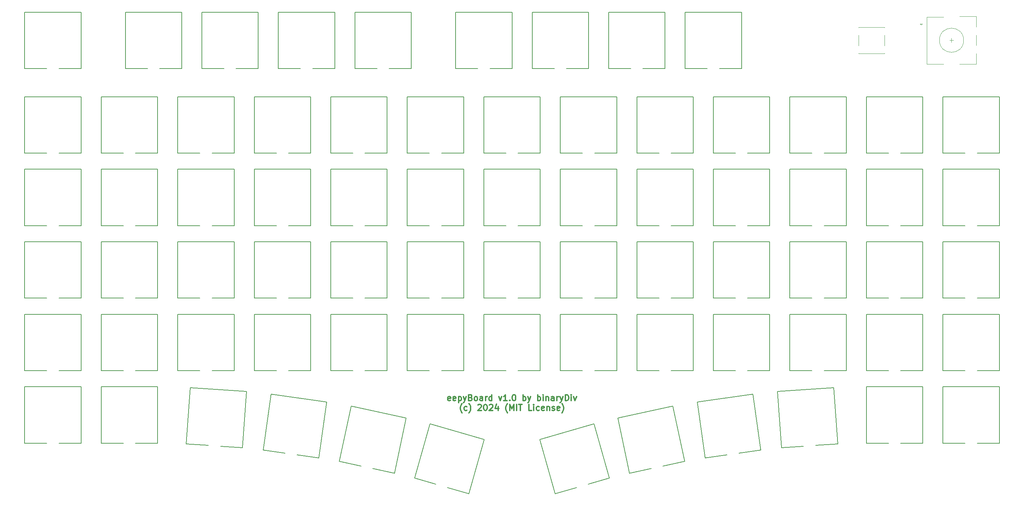
<source format=gbr>
%TF.GenerationSoftware,KiCad,Pcbnew,8.0.4*%
%TF.CreationDate,2024-08-04T16:18:39+02:00*%
%TF.ProjectId,eepyboard,65657079-626f-4617-9264-2e6b69636164,1.0*%
%TF.SameCoordinates,Original*%
%TF.FileFunction,Legend,Top*%
%TF.FilePolarity,Positive*%
%FSLAX46Y46*%
G04 Gerber Fmt 4.6, Leading zero omitted, Abs format (unit mm)*
G04 Created by KiCad (PCBNEW 8.0.4) date 2024-08-04 16:18:39*
%MOMM*%
%LPD*%
G01*
G04 APERTURE LIST*
%ADD10C,0.300000*%
%ADD11C,0.150000*%
%ADD12C,0.120000*%
G04 APERTURE END LIST*
D10*
X198797113Y-146311783D02*
X198654256Y-146383211D01*
X198654256Y-146383211D02*
X198368542Y-146383211D01*
X198368542Y-146383211D02*
X198225684Y-146311783D01*
X198225684Y-146311783D02*
X198154256Y-146168925D01*
X198154256Y-146168925D02*
X198154256Y-145597497D01*
X198154256Y-145597497D02*
X198225684Y-145454640D01*
X198225684Y-145454640D02*
X198368542Y-145383211D01*
X198368542Y-145383211D02*
X198654256Y-145383211D01*
X198654256Y-145383211D02*
X198797113Y-145454640D01*
X198797113Y-145454640D02*
X198868542Y-145597497D01*
X198868542Y-145597497D02*
X198868542Y-145740354D01*
X198868542Y-145740354D02*
X198154256Y-145883211D01*
X200082827Y-146311783D02*
X199939970Y-146383211D01*
X199939970Y-146383211D02*
X199654256Y-146383211D01*
X199654256Y-146383211D02*
X199511398Y-146311783D01*
X199511398Y-146311783D02*
X199439970Y-146168925D01*
X199439970Y-146168925D02*
X199439970Y-145597497D01*
X199439970Y-145597497D02*
X199511398Y-145454640D01*
X199511398Y-145454640D02*
X199654256Y-145383211D01*
X199654256Y-145383211D02*
X199939970Y-145383211D01*
X199939970Y-145383211D02*
X200082827Y-145454640D01*
X200082827Y-145454640D02*
X200154256Y-145597497D01*
X200154256Y-145597497D02*
X200154256Y-145740354D01*
X200154256Y-145740354D02*
X199439970Y-145883211D01*
X200797112Y-145383211D02*
X200797112Y-146883211D01*
X200797112Y-145454640D02*
X200939970Y-145383211D01*
X200939970Y-145383211D02*
X201225684Y-145383211D01*
X201225684Y-145383211D02*
X201368541Y-145454640D01*
X201368541Y-145454640D02*
X201439970Y-145526068D01*
X201439970Y-145526068D02*
X201511398Y-145668925D01*
X201511398Y-145668925D02*
X201511398Y-146097497D01*
X201511398Y-146097497D02*
X201439970Y-146240354D01*
X201439970Y-146240354D02*
X201368541Y-146311783D01*
X201368541Y-146311783D02*
X201225684Y-146383211D01*
X201225684Y-146383211D02*
X200939970Y-146383211D01*
X200939970Y-146383211D02*
X200797112Y-146311783D01*
X202011398Y-145383211D02*
X202368541Y-146383211D01*
X202725684Y-145383211D02*
X202368541Y-146383211D01*
X202368541Y-146383211D02*
X202225684Y-146740354D01*
X202225684Y-146740354D02*
X202154255Y-146811783D01*
X202154255Y-146811783D02*
X202011398Y-146883211D01*
X203797112Y-145597497D02*
X204011398Y-145668925D01*
X204011398Y-145668925D02*
X204082827Y-145740354D01*
X204082827Y-145740354D02*
X204154255Y-145883211D01*
X204154255Y-145883211D02*
X204154255Y-146097497D01*
X204154255Y-146097497D02*
X204082827Y-146240354D01*
X204082827Y-146240354D02*
X204011398Y-146311783D01*
X204011398Y-146311783D02*
X203868541Y-146383211D01*
X203868541Y-146383211D02*
X203297112Y-146383211D01*
X203297112Y-146383211D02*
X203297112Y-144883211D01*
X203297112Y-144883211D02*
X203797112Y-144883211D01*
X203797112Y-144883211D02*
X203939970Y-144954640D01*
X203939970Y-144954640D02*
X204011398Y-145026068D01*
X204011398Y-145026068D02*
X204082827Y-145168925D01*
X204082827Y-145168925D02*
X204082827Y-145311783D01*
X204082827Y-145311783D02*
X204011398Y-145454640D01*
X204011398Y-145454640D02*
X203939970Y-145526068D01*
X203939970Y-145526068D02*
X203797112Y-145597497D01*
X203797112Y-145597497D02*
X203297112Y-145597497D01*
X205011398Y-146383211D02*
X204868541Y-146311783D01*
X204868541Y-146311783D02*
X204797112Y-146240354D01*
X204797112Y-146240354D02*
X204725684Y-146097497D01*
X204725684Y-146097497D02*
X204725684Y-145668925D01*
X204725684Y-145668925D02*
X204797112Y-145526068D01*
X204797112Y-145526068D02*
X204868541Y-145454640D01*
X204868541Y-145454640D02*
X205011398Y-145383211D01*
X205011398Y-145383211D02*
X205225684Y-145383211D01*
X205225684Y-145383211D02*
X205368541Y-145454640D01*
X205368541Y-145454640D02*
X205439970Y-145526068D01*
X205439970Y-145526068D02*
X205511398Y-145668925D01*
X205511398Y-145668925D02*
X205511398Y-146097497D01*
X205511398Y-146097497D02*
X205439970Y-146240354D01*
X205439970Y-146240354D02*
X205368541Y-146311783D01*
X205368541Y-146311783D02*
X205225684Y-146383211D01*
X205225684Y-146383211D02*
X205011398Y-146383211D01*
X206797113Y-146383211D02*
X206797113Y-145597497D01*
X206797113Y-145597497D02*
X206725684Y-145454640D01*
X206725684Y-145454640D02*
X206582827Y-145383211D01*
X206582827Y-145383211D02*
X206297113Y-145383211D01*
X206297113Y-145383211D02*
X206154255Y-145454640D01*
X206797113Y-146311783D02*
X206654255Y-146383211D01*
X206654255Y-146383211D02*
X206297113Y-146383211D01*
X206297113Y-146383211D02*
X206154255Y-146311783D01*
X206154255Y-146311783D02*
X206082827Y-146168925D01*
X206082827Y-146168925D02*
X206082827Y-146026068D01*
X206082827Y-146026068D02*
X206154255Y-145883211D01*
X206154255Y-145883211D02*
X206297113Y-145811783D01*
X206297113Y-145811783D02*
X206654255Y-145811783D01*
X206654255Y-145811783D02*
X206797113Y-145740354D01*
X207511398Y-146383211D02*
X207511398Y-145383211D01*
X207511398Y-145668925D02*
X207582827Y-145526068D01*
X207582827Y-145526068D02*
X207654256Y-145454640D01*
X207654256Y-145454640D02*
X207797113Y-145383211D01*
X207797113Y-145383211D02*
X207939970Y-145383211D01*
X209082827Y-146383211D02*
X209082827Y-144883211D01*
X209082827Y-146311783D02*
X208939969Y-146383211D01*
X208939969Y-146383211D02*
X208654255Y-146383211D01*
X208654255Y-146383211D02*
X208511398Y-146311783D01*
X208511398Y-146311783D02*
X208439969Y-146240354D01*
X208439969Y-146240354D02*
X208368541Y-146097497D01*
X208368541Y-146097497D02*
X208368541Y-145668925D01*
X208368541Y-145668925D02*
X208439969Y-145526068D01*
X208439969Y-145526068D02*
X208511398Y-145454640D01*
X208511398Y-145454640D02*
X208654255Y-145383211D01*
X208654255Y-145383211D02*
X208939969Y-145383211D01*
X208939969Y-145383211D02*
X209082827Y-145454640D01*
X210797112Y-145383211D02*
X211154255Y-146383211D01*
X211154255Y-146383211D02*
X211511398Y-145383211D01*
X212868541Y-146383211D02*
X212011398Y-146383211D01*
X212439969Y-146383211D02*
X212439969Y-144883211D01*
X212439969Y-144883211D02*
X212297112Y-145097497D01*
X212297112Y-145097497D02*
X212154255Y-145240354D01*
X212154255Y-145240354D02*
X212011398Y-145311783D01*
X213511397Y-146240354D02*
X213582826Y-146311783D01*
X213582826Y-146311783D02*
X213511397Y-146383211D01*
X213511397Y-146383211D02*
X213439969Y-146311783D01*
X213439969Y-146311783D02*
X213511397Y-146240354D01*
X213511397Y-146240354D02*
X213511397Y-146383211D01*
X214511398Y-144883211D02*
X214654255Y-144883211D01*
X214654255Y-144883211D02*
X214797112Y-144954640D01*
X214797112Y-144954640D02*
X214868541Y-145026068D01*
X214868541Y-145026068D02*
X214939969Y-145168925D01*
X214939969Y-145168925D02*
X215011398Y-145454640D01*
X215011398Y-145454640D02*
X215011398Y-145811783D01*
X215011398Y-145811783D02*
X214939969Y-146097497D01*
X214939969Y-146097497D02*
X214868541Y-146240354D01*
X214868541Y-146240354D02*
X214797112Y-146311783D01*
X214797112Y-146311783D02*
X214654255Y-146383211D01*
X214654255Y-146383211D02*
X214511398Y-146383211D01*
X214511398Y-146383211D02*
X214368541Y-146311783D01*
X214368541Y-146311783D02*
X214297112Y-146240354D01*
X214297112Y-146240354D02*
X214225683Y-146097497D01*
X214225683Y-146097497D02*
X214154255Y-145811783D01*
X214154255Y-145811783D02*
X214154255Y-145454640D01*
X214154255Y-145454640D02*
X214225683Y-145168925D01*
X214225683Y-145168925D02*
X214297112Y-145026068D01*
X214297112Y-145026068D02*
X214368541Y-144954640D01*
X214368541Y-144954640D02*
X214511398Y-144883211D01*
X216797111Y-146383211D02*
X216797111Y-144883211D01*
X216797111Y-145454640D02*
X216939969Y-145383211D01*
X216939969Y-145383211D02*
X217225683Y-145383211D01*
X217225683Y-145383211D02*
X217368540Y-145454640D01*
X217368540Y-145454640D02*
X217439969Y-145526068D01*
X217439969Y-145526068D02*
X217511397Y-145668925D01*
X217511397Y-145668925D02*
X217511397Y-146097497D01*
X217511397Y-146097497D02*
X217439969Y-146240354D01*
X217439969Y-146240354D02*
X217368540Y-146311783D01*
X217368540Y-146311783D02*
X217225683Y-146383211D01*
X217225683Y-146383211D02*
X216939969Y-146383211D01*
X216939969Y-146383211D02*
X216797111Y-146311783D01*
X218011397Y-145383211D02*
X218368540Y-146383211D01*
X218725683Y-145383211D02*
X218368540Y-146383211D01*
X218368540Y-146383211D02*
X218225683Y-146740354D01*
X218225683Y-146740354D02*
X218154254Y-146811783D01*
X218154254Y-146811783D02*
X218011397Y-146883211D01*
X220439968Y-146383211D02*
X220439968Y-144883211D01*
X220439968Y-145454640D02*
X220582826Y-145383211D01*
X220582826Y-145383211D02*
X220868540Y-145383211D01*
X220868540Y-145383211D02*
X221011397Y-145454640D01*
X221011397Y-145454640D02*
X221082826Y-145526068D01*
X221082826Y-145526068D02*
X221154254Y-145668925D01*
X221154254Y-145668925D02*
X221154254Y-146097497D01*
X221154254Y-146097497D02*
X221082826Y-146240354D01*
X221082826Y-146240354D02*
X221011397Y-146311783D01*
X221011397Y-146311783D02*
X220868540Y-146383211D01*
X220868540Y-146383211D02*
X220582826Y-146383211D01*
X220582826Y-146383211D02*
X220439968Y-146311783D01*
X221797111Y-146383211D02*
X221797111Y-145383211D01*
X221797111Y-144883211D02*
X221725683Y-144954640D01*
X221725683Y-144954640D02*
X221797111Y-145026068D01*
X221797111Y-145026068D02*
X221868540Y-144954640D01*
X221868540Y-144954640D02*
X221797111Y-144883211D01*
X221797111Y-144883211D02*
X221797111Y-145026068D01*
X222511397Y-145383211D02*
X222511397Y-146383211D01*
X222511397Y-145526068D02*
X222582826Y-145454640D01*
X222582826Y-145454640D02*
X222725683Y-145383211D01*
X222725683Y-145383211D02*
X222939969Y-145383211D01*
X222939969Y-145383211D02*
X223082826Y-145454640D01*
X223082826Y-145454640D02*
X223154255Y-145597497D01*
X223154255Y-145597497D02*
X223154255Y-146383211D01*
X224511398Y-146383211D02*
X224511398Y-145597497D01*
X224511398Y-145597497D02*
X224439969Y-145454640D01*
X224439969Y-145454640D02*
X224297112Y-145383211D01*
X224297112Y-145383211D02*
X224011398Y-145383211D01*
X224011398Y-145383211D02*
X223868540Y-145454640D01*
X224511398Y-146311783D02*
X224368540Y-146383211D01*
X224368540Y-146383211D02*
X224011398Y-146383211D01*
X224011398Y-146383211D02*
X223868540Y-146311783D01*
X223868540Y-146311783D02*
X223797112Y-146168925D01*
X223797112Y-146168925D02*
X223797112Y-146026068D01*
X223797112Y-146026068D02*
X223868540Y-145883211D01*
X223868540Y-145883211D02*
X224011398Y-145811783D01*
X224011398Y-145811783D02*
X224368540Y-145811783D01*
X224368540Y-145811783D02*
X224511398Y-145740354D01*
X225225683Y-146383211D02*
X225225683Y-145383211D01*
X225225683Y-145668925D02*
X225297112Y-145526068D01*
X225297112Y-145526068D02*
X225368541Y-145454640D01*
X225368541Y-145454640D02*
X225511398Y-145383211D01*
X225511398Y-145383211D02*
X225654255Y-145383211D01*
X226011397Y-145383211D02*
X226368540Y-146383211D01*
X226725683Y-145383211D02*
X226368540Y-146383211D01*
X226368540Y-146383211D02*
X226225683Y-146740354D01*
X226225683Y-146740354D02*
X226154254Y-146811783D01*
X226154254Y-146811783D02*
X226011397Y-146883211D01*
X227297111Y-146383211D02*
X227297111Y-144883211D01*
X227297111Y-144883211D02*
X227654254Y-144883211D01*
X227654254Y-144883211D02*
X227868540Y-144954640D01*
X227868540Y-144954640D02*
X228011397Y-145097497D01*
X228011397Y-145097497D02*
X228082826Y-145240354D01*
X228082826Y-145240354D02*
X228154254Y-145526068D01*
X228154254Y-145526068D02*
X228154254Y-145740354D01*
X228154254Y-145740354D02*
X228082826Y-146026068D01*
X228082826Y-146026068D02*
X228011397Y-146168925D01*
X228011397Y-146168925D02*
X227868540Y-146311783D01*
X227868540Y-146311783D02*
X227654254Y-146383211D01*
X227654254Y-146383211D02*
X227297111Y-146383211D01*
X228797111Y-146383211D02*
X228797111Y-145383211D01*
X228797111Y-144883211D02*
X228725683Y-144954640D01*
X228725683Y-144954640D02*
X228797111Y-145026068D01*
X228797111Y-145026068D02*
X228868540Y-144954640D01*
X228868540Y-144954640D02*
X228797111Y-144883211D01*
X228797111Y-144883211D02*
X228797111Y-145026068D01*
X229368540Y-145383211D02*
X229725683Y-146383211D01*
X229725683Y-146383211D02*
X230082826Y-145383211D01*
X201689971Y-149369556D02*
X201618542Y-149298127D01*
X201618542Y-149298127D02*
X201475685Y-149083841D01*
X201475685Y-149083841D02*
X201404257Y-148940984D01*
X201404257Y-148940984D02*
X201332828Y-148726699D01*
X201332828Y-148726699D02*
X201261399Y-148369556D01*
X201261399Y-148369556D02*
X201261399Y-148083841D01*
X201261399Y-148083841D02*
X201332828Y-147726699D01*
X201332828Y-147726699D02*
X201404257Y-147512413D01*
X201404257Y-147512413D02*
X201475685Y-147369556D01*
X201475685Y-147369556D02*
X201618542Y-147155270D01*
X201618542Y-147155270D02*
X201689971Y-147083841D01*
X202904257Y-148726699D02*
X202761399Y-148798127D01*
X202761399Y-148798127D02*
X202475685Y-148798127D01*
X202475685Y-148798127D02*
X202332828Y-148726699D01*
X202332828Y-148726699D02*
X202261399Y-148655270D01*
X202261399Y-148655270D02*
X202189971Y-148512413D01*
X202189971Y-148512413D02*
X202189971Y-148083841D01*
X202189971Y-148083841D02*
X202261399Y-147940984D01*
X202261399Y-147940984D02*
X202332828Y-147869556D01*
X202332828Y-147869556D02*
X202475685Y-147798127D01*
X202475685Y-147798127D02*
X202761399Y-147798127D01*
X202761399Y-147798127D02*
X202904257Y-147869556D01*
X203404256Y-149369556D02*
X203475685Y-149298127D01*
X203475685Y-149298127D02*
X203618542Y-149083841D01*
X203618542Y-149083841D02*
X203689971Y-148940984D01*
X203689971Y-148940984D02*
X203761399Y-148726699D01*
X203761399Y-148726699D02*
X203832828Y-148369556D01*
X203832828Y-148369556D02*
X203832828Y-148083841D01*
X203832828Y-148083841D02*
X203761399Y-147726699D01*
X203761399Y-147726699D02*
X203689971Y-147512413D01*
X203689971Y-147512413D02*
X203618542Y-147369556D01*
X203618542Y-147369556D02*
X203475685Y-147155270D01*
X203475685Y-147155270D02*
X203404256Y-147083841D01*
X205618542Y-147440984D02*
X205689970Y-147369556D01*
X205689970Y-147369556D02*
X205832828Y-147298127D01*
X205832828Y-147298127D02*
X206189970Y-147298127D01*
X206189970Y-147298127D02*
X206332828Y-147369556D01*
X206332828Y-147369556D02*
X206404256Y-147440984D01*
X206404256Y-147440984D02*
X206475685Y-147583841D01*
X206475685Y-147583841D02*
X206475685Y-147726699D01*
X206475685Y-147726699D02*
X206404256Y-147940984D01*
X206404256Y-147940984D02*
X205547113Y-148798127D01*
X205547113Y-148798127D02*
X206475685Y-148798127D01*
X207404256Y-147298127D02*
X207547113Y-147298127D01*
X207547113Y-147298127D02*
X207689970Y-147369556D01*
X207689970Y-147369556D02*
X207761399Y-147440984D01*
X207761399Y-147440984D02*
X207832827Y-147583841D01*
X207832827Y-147583841D02*
X207904256Y-147869556D01*
X207904256Y-147869556D02*
X207904256Y-148226699D01*
X207904256Y-148226699D02*
X207832827Y-148512413D01*
X207832827Y-148512413D02*
X207761399Y-148655270D01*
X207761399Y-148655270D02*
X207689970Y-148726699D01*
X207689970Y-148726699D02*
X207547113Y-148798127D01*
X207547113Y-148798127D02*
X207404256Y-148798127D01*
X207404256Y-148798127D02*
X207261399Y-148726699D01*
X207261399Y-148726699D02*
X207189970Y-148655270D01*
X207189970Y-148655270D02*
X207118541Y-148512413D01*
X207118541Y-148512413D02*
X207047113Y-148226699D01*
X207047113Y-148226699D02*
X207047113Y-147869556D01*
X207047113Y-147869556D02*
X207118541Y-147583841D01*
X207118541Y-147583841D02*
X207189970Y-147440984D01*
X207189970Y-147440984D02*
X207261399Y-147369556D01*
X207261399Y-147369556D02*
X207404256Y-147298127D01*
X208475684Y-147440984D02*
X208547112Y-147369556D01*
X208547112Y-147369556D02*
X208689970Y-147298127D01*
X208689970Y-147298127D02*
X209047112Y-147298127D01*
X209047112Y-147298127D02*
X209189970Y-147369556D01*
X209189970Y-147369556D02*
X209261398Y-147440984D01*
X209261398Y-147440984D02*
X209332827Y-147583841D01*
X209332827Y-147583841D02*
X209332827Y-147726699D01*
X209332827Y-147726699D02*
X209261398Y-147940984D01*
X209261398Y-147940984D02*
X208404255Y-148798127D01*
X208404255Y-148798127D02*
X209332827Y-148798127D01*
X210618541Y-147798127D02*
X210618541Y-148798127D01*
X210261398Y-147226699D02*
X209904255Y-148298127D01*
X209904255Y-148298127D02*
X210832826Y-148298127D01*
X212975683Y-149369556D02*
X212904254Y-149298127D01*
X212904254Y-149298127D02*
X212761397Y-149083841D01*
X212761397Y-149083841D02*
X212689969Y-148940984D01*
X212689969Y-148940984D02*
X212618540Y-148726699D01*
X212618540Y-148726699D02*
X212547111Y-148369556D01*
X212547111Y-148369556D02*
X212547111Y-148083841D01*
X212547111Y-148083841D02*
X212618540Y-147726699D01*
X212618540Y-147726699D02*
X212689969Y-147512413D01*
X212689969Y-147512413D02*
X212761397Y-147369556D01*
X212761397Y-147369556D02*
X212904254Y-147155270D01*
X212904254Y-147155270D02*
X212975683Y-147083841D01*
X213547111Y-148798127D02*
X213547111Y-147298127D01*
X213547111Y-147298127D02*
X214047111Y-148369556D01*
X214047111Y-148369556D02*
X214547111Y-147298127D01*
X214547111Y-147298127D02*
X214547111Y-148798127D01*
X215261397Y-148798127D02*
X215261397Y-147298127D01*
X215761398Y-147298127D02*
X216618541Y-147298127D01*
X216189969Y-148798127D02*
X216189969Y-147298127D01*
X218975683Y-148798127D02*
X218261397Y-148798127D01*
X218261397Y-148798127D02*
X218261397Y-147298127D01*
X219475683Y-148798127D02*
X219475683Y-147798127D01*
X219475683Y-147298127D02*
X219404255Y-147369556D01*
X219404255Y-147369556D02*
X219475683Y-147440984D01*
X219475683Y-147440984D02*
X219547112Y-147369556D01*
X219547112Y-147369556D02*
X219475683Y-147298127D01*
X219475683Y-147298127D02*
X219475683Y-147440984D01*
X220832827Y-148726699D02*
X220689969Y-148798127D01*
X220689969Y-148798127D02*
X220404255Y-148798127D01*
X220404255Y-148798127D02*
X220261398Y-148726699D01*
X220261398Y-148726699D02*
X220189969Y-148655270D01*
X220189969Y-148655270D02*
X220118541Y-148512413D01*
X220118541Y-148512413D02*
X220118541Y-148083841D01*
X220118541Y-148083841D02*
X220189969Y-147940984D01*
X220189969Y-147940984D02*
X220261398Y-147869556D01*
X220261398Y-147869556D02*
X220404255Y-147798127D01*
X220404255Y-147798127D02*
X220689969Y-147798127D01*
X220689969Y-147798127D02*
X220832827Y-147869556D01*
X222047112Y-148726699D02*
X221904255Y-148798127D01*
X221904255Y-148798127D02*
X221618541Y-148798127D01*
X221618541Y-148798127D02*
X221475683Y-148726699D01*
X221475683Y-148726699D02*
X221404255Y-148583841D01*
X221404255Y-148583841D02*
X221404255Y-148012413D01*
X221404255Y-148012413D02*
X221475683Y-147869556D01*
X221475683Y-147869556D02*
X221618541Y-147798127D01*
X221618541Y-147798127D02*
X221904255Y-147798127D01*
X221904255Y-147798127D02*
X222047112Y-147869556D01*
X222047112Y-147869556D02*
X222118541Y-148012413D01*
X222118541Y-148012413D02*
X222118541Y-148155270D01*
X222118541Y-148155270D02*
X221404255Y-148298127D01*
X222761397Y-147798127D02*
X222761397Y-148798127D01*
X222761397Y-147940984D02*
X222832826Y-147869556D01*
X222832826Y-147869556D02*
X222975683Y-147798127D01*
X222975683Y-147798127D02*
X223189969Y-147798127D01*
X223189969Y-147798127D02*
X223332826Y-147869556D01*
X223332826Y-147869556D02*
X223404255Y-148012413D01*
X223404255Y-148012413D02*
X223404255Y-148798127D01*
X224047112Y-148726699D02*
X224189969Y-148798127D01*
X224189969Y-148798127D02*
X224475683Y-148798127D01*
X224475683Y-148798127D02*
X224618540Y-148726699D01*
X224618540Y-148726699D02*
X224689969Y-148583841D01*
X224689969Y-148583841D02*
X224689969Y-148512413D01*
X224689969Y-148512413D02*
X224618540Y-148369556D01*
X224618540Y-148369556D02*
X224475683Y-148298127D01*
X224475683Y-148298127D02*
X224261398Y-148298127D01*
X224261398Y-148298127D02*
X224118540Y-148226699D01*
X224118540Y-148226699D02*
X224047112Y-148083841D01*
X224047112Y-148083841D02*
X224047112Y-148012413D01*
X224047112Y-148012413D02*
X224118540Y-147869556D01*
X224118540Y-147869556D02*
X224261398Y-147798127D01*
X224261398Y-147798127D02*
X224475683Y-147798127D01*
X224475683Y-147798127D02*
X224618540Y-147869556D01*
X225904255Y-148726699D02*
X225761398Y-148798127D01*
X225761398Y-148798127D02*
X225475684Y-148798127D01*
X225475684Y-148798127D02*
X225332826Y-148726699D01*
X225332826Y-148726699D02*
X225261398Y-148583841D01*
X225261398Y-148583841D02*
X225261398Y-148012413D01*
X225261398Y-148012413D02*
X225332826Y-147869556D01*
X225332826Y-147869556D02*
X225475684Y-147798127D01*
X225475684Y-147798127D02*
X225761398Y-147798127D01*
X225761398Y-147798127D02*
X225904255Y-147869556D01*
X225904255Y-147869556D02*
X225975684Y-148012413D01*
X225975684Y-148012413D02*
X225975684Y-148155270D01*
X225975684Y-148155270D02*
X225261398Y-148298127D01*
X226475683Y-149369556D02*
X226547112Y-149298127D01*
X226547112Y-149298127D02*
X226689969Y-149083841D01*
X226689969Y-149083841D02*
X226761398Y-148940984D01*
X226761398Y-148940984D02*
X226832826Y-148726699D01*
X226832826Y-148726699D02*
X226904255Y-148369556D01*
X226904255Y-148369556D02*
X226904255Y-148083841D01*
X226904255Y-148083841D02*
X226832826Y-147726699D01*
X226832826Y-147726699D02*
X226761398Y-147512413D01*
X226761398Y-147512413D02*
X226689969Y-147369556D01*
X226689969Y-147369556D02*
X226547112Y-147155270D01*
X226547112Y-147155270D02*
X226475683Y-147083841D01*
D11*
%TO.C,S41*%
X264082827Y-88912340D02*
X278082827Y-88912340D01*
X264082827Y-102912340D02*
X264082827Y-88912340D01*
X269582827Y-102912340D02*
X264082827Y-102912340D01*
X278082827Y-88912340D02*
X278082827Y-102912340D01*
X278082827Y-102912340D02*
X272582827Y-102912340D01*
%TO.C,S49*%
X302082833Y-106912336D02*
X316082833Y-106912336D01*
X302082833Y-120912336D02*
X302082833Y-106912336D01*
X307582833Y-120912336D02*
X302082833Y-120912336D01*
X316082833Y-106912336D02*
X316082833Y-120912336D01*
X316082833Y-120912336D02*
X310582833Y-120912336D01*
%TO.C,S7*%
X112082827Y-124912340D02*
X126082827Y-124912340D01*
X112082827Y-138912340D02*
X112082827Y-124912340D01*
X117582827Y-138912340D02*
X112082827Y-138912340D01*
X126082827Y-124912340D02*
X126082827Y-138912340D01*
X126082827Y-138912340D02*
X120582827Y-138912340D01*
%TO.C,S40*%
X264082829Y-106912343D02*
X278082829Y-106912343D01*
X264082829Y-120912343D02*
X264082829Y-106912343D01*
X269582829Y-120912343D02*
X264082829Y-120912343D01*
X278082829Y-106912343D02*
X278082829Y-120912343D01*
X278082829Y-120912343D02*
X272582829Y-120912343D01*
%TO.C,S51*%
X302082828Y-70912335D02*
X316082828Y-70912335D01*
X302082828Y-84912335D02*
X302082828Y-70912335D01*
X307582828Y-84912335D02*
X302082828Y-84912335D01*
X316082828Y-70912335D02*
X316082828Y-84912335D01*
X316082828Y-84912335D02*
X310582828Y-84912335D01*
%TO.C,S29*%
X207082829Y-88912335D02*
X221082829Y-88912335D01*
X207082829Y-102912335D02*
X207082829Y-88912335D01*
X212582829Y-102912335D02*
X207082829Y-102912335D01*
X221082829Y-88912335D02*
X221082829Y-102912335D01*
X221082829Y-102912335D02*
X215582829Y-102912335D01*
%TO.C,S33*%
X226082828Y-88912343D02*
X240082828Y-88912343D01*
X226082828Y-102912343D02*
X226082828Y-88912343D01*
X231582828Y-102912343D02*
X226082828Y-102912343D01*
X240082828Y-88912343D02*
X240082828Y-102912343D01*
X240082828Y-102912343D02*
X234582828Y-102912343D01*
%TO.C,S30*%
X207082828Y-70912343D02*
X221082828Y-70912343D01*
X207082828Y-84912343D02*
X207082828Y-70912343D01*
X212582828Y-84912343D02*
X207082828Y-84912343D01*
X221082828Y-70912343D02*
X221082828Y-84912343D01*
X221082828Y-84912343D02*
X215582828Y-84912343D01*
%TO.C,S27*%
X207082828Y-124912340D02*
X221082828Y-124912340D01*
X207082828Y-138912340D02*
X207082828Y-124912340D01*
X212582828Y-138912340D02*
X207082828Y-138912340D01*
X221082828Y-124912340D02*
X221082828Y-138912340D01*
X221082828Y-138912340D02*
X215582828Y-138912340D01*
%TO.C,S36*%
X245082829Y-106912339D02*
X259082829Y-106912339D01*
X245082829Y-120912339D02*
X245082829Y-106912339D01*
X250582829Y-120912339D02*
X245082829Y-120912339D01*
X259082829Y-106912339D02*
X259082829Y-120912339D01*
X259082829Y-120912339D02*
X253582829Y-120912339D01*
%TO.C,S72*%
X238082826Y-49912345D02*
X252082826Y-49912345D01*
X238082826Y-63912345D02*
X238082826Y-49912345D01*
X243582826Y-63912345D02*
X238082826Y-63912345D01*
X252082826Y-49912345D02*
X252082826Y-63912345D01*
X252082826Y-63912345D02*
X246582826Y-63912345D01*
%TO.C,S45*%
X283082833Y-88912333D02*
X297082833Y-88912333D01*
X283082833Y-102912333D02*
X283082833Y-88912333D01*
X288582833Y-102912333D02*
X283082833Y-102912333D01*
X297082833Y-88912333D02*
X297082833Y-102912333D01*
X297082833Y-102912333D02*
X291582833Y-102912333D01*
%TO.C,S60*%
X189890878Y-165598895D02*
X193749801Y-152141232D01*
X193749801Y-152141232D02*
X207207464Y-156000155D01*
X195177817Y-167114901D02*
X189890878Y-165598895D01*
X203348541Y-169457818D02*
X198061602Y-167941813D01*
X207207464Y-156000155D02*
X203348541Y-169457818D01*
%TO.C,S50*%
X302082828Y-88912341D02*
X316082828Y-88912341D01*
X302082828Y-102912341D02*
X302082828Y-88912341D01*
X307582828Y-102912341D02*
X302082828Y-102912341D01*
X316082828Y-88912341D02*
X316082828Y-102912341D01*
X316082828Y-102912341D02*
X310582828Y-102912341D01*
%TO.C,S35*%
X245082826Y-124912335D02*
X259082826Y-124912335D01*
X245082826Y-138912335D02*
X245082826Y-124912335D01*
X250582826Y-138912335D02*
X245082826Y-138912335D01*
X259082826Y-124912335D02*
X259082826Y-138912335D01*
X259082826Y-138912335D02*
X253582826Y-138912335D01*
%TO.C,S68*%
X156082827Y-49912342D02*
X170082827Y-49912342D01*
X156082827Y-63912342D02*
X156082827Y-49912342D01*
X161582827Y-63912342D02*
X156082827Y-63912342D01*
X170082827Y-49912342D02*
X170082827Y-63912342D01*
X170082827Y-63912342D02*
X164582827Y-63912342D01*
%TO.C,S58*%
X152290562Y-158605110D02*
X154238985Y-144741357D01*
X154238985Y-144741357D02*
X168102738Y-146689780D01*
X157737036Y-159370562D02*
X152290562Y-158605110D01*
X166154315Y-160553533D02*
X160707840Y-159788081D01*
X168102738Y-146689780D02*
X166154315Y-160553533D01*
%TO.C,S54*%
X321082829Y-106912336D02*
X335082829Y-106912336D01*
X321082829Y-120912336D02*
X321082829Y-106912336D01*
X326582829Y-120912336D02*
X321082829Y-120912336D01*
X335082829Y-106912336D02*
X335082829Y-120912336D01*
X335082829Y-120912336D02*
X329582829Y-120912336D01*
%TO.C,S47*%
X302082824Y-142912343D02*
X316082824Y-142912343D01*
X302082824Y-156912343D02*
X302082824Y-142912343D01*
X307582824Y-156912343D02*
X302082824Y-156912343D01*
X316082824Y-142912343D02*
X316082824Y-156912343D01*
X316082824Y-156912343D02*
X310582824Y-156912343D01*
%TO.C,S22*%
X169082830Y-70912342D02*
X183082830Y-70912342D01*
X169082830Y-84912342D02*
X169082830Y-70912342D01*
X174582830Y-84912342D02*
X169082830Y-84912342D01*
X183082830Y-70912342D02*
X183082830Y-84912342D01*
X183082830Y-84912342D02*
X177582830Y-84912342D01*
D12*
%TO.C,B1*%
X300102827Y-53682336D02*
X306562827Y-53682336D01*
X300102827Y-53712336D02*
X300102827Y-53682336D01*
X300102827Y-55612336D02*
X300102827Y-58212336D01*
X300102827Y-60142336D02*
X300102827Y-60112336D01*
X300102827Y-60142336D02*
X306562827Y-60142336D01*
X306562827Y-53682336D02*
X306562827Y-53712336D01*
X306562827Y-55612336D02*
X306562827Y-58212336D01*
X306562827Y-60142336D02*
X306562827Y-60112336D01*
D11*
%TO.C,S37*%
X245082824Y-88912345D02*
X259082824Y-88912345D01*
X245082824Y-102912345D02*
X245082824Y-88912345D01*
X250582824Y-102912345D02*
X245082824Y-102912345D01*
X259082824Y-88912345D02*
X259082824Y-102912345D01*
X259082824Y-102912345D02*
X253582824Y-102912345D01*
%TO.C,S42*%
X264082834Y-70912341D02*
X278082834Y-70912341D01*
X264082834Y-84912341D02*
X264082834Y-70912341D01*
X269582834Y-84912341D02*
X264082834Y-84912341D01*
X278082834Y-70912341D02*
X278082834Y-84912341D01*
X278082834Y-84912341D02*
X272582834Y-84912341D01*
%TO.C,S20*%
X169082833Y-106912342D02*
X183082833Y-106912342D01*
X169082833Y-120912342D02*
X169082833Y-106912342D01*
X174582833Y-120912342D02*
X169082833Y-120912342D01*
X183082833Y-106912342D02*
X183082833Y-120912342D01*
X183082833Y-120912342D02*
X177582833Y-120912342D01*
%TO.C,S16*%
X150082825Y-106912344D02*
X164082825Y-106912344D01*
X150082825Y-120912344D02*
X150082825Y-106912344D01*
X155582825Y-120912344D02*
X150082825Y-120912344D01*
X164082825Y-106912344D02*
X164082825Y-120912344D01*
X164082825Y-120912344D02*
X158582825Y-120912344D01*
%TO.C,S48*%
X302082823Y-124912336D02*
X316082823Y-124912336D01*
X302082823Y-138912336D02*
X302082823Y-124912336D01*
X307582823Y-138912336D02*
X302082823Y-138912336D01*
X316082823Y-124912336D02*
X316082823Y-138912336D01*
X316082823Y-138912336D02*
X310582823Y-138912336D01*
%TO.C,S19*%
X169082826Y-124912340D02*
X183082826Y-124912340D01*
X169082826Y-138912340D02*
X169082826Y-124912340D01*
X174582826Y-138912340D02*
X169082826Y-138912340D01*
X183082826Y-124912340D02*
X183082826Y-138912340D01*
X183082826Y-138912340D02*
X177582826Y-138912340D01*
%TO.C,S63*%
X240347995Y-150662178D02*
X254042061Y-147751414D01*
X243258759Y-164356244D02*
X240347995Y-150662178D01*
X248638570Y-163212730D02*
X243258759Y-164356244D01*
X254042061Y-147751414D02*
X256952825Y-161445480D01*
X256952825Y-161445480D02*
X251573013Y-162588995D01*
%TO.C,S2*%
X93082831Y-124912341D02*
X107082831Y-124912341D01*
X93082831Y-138912341D02*
X93082831Y-124912341D01*
X98582831Y-138912341D02*
X93082831Y-138912341D01*
X107082831Y-124912341D02*
X107082831Y-138912341D01*
X107082831Y-138912341D02*
X101582831Y-138912341D01*
%TO.C,S59*%
X171212832Y-161445491D02*
X174123596Y-147751425D01*
X174123596Y-147751425D02*
X187817662Y-150662189D01*
X176592644Y-162589006D02*
X171212832Y-161445491D01*
X184906898Y-164356255D02*
X179527087Y-163212741D01*
X187817662Y-150662189D02*
X184906898Y-164356255D01*
%TO.C,S69*%
X175082831Y-49912332D02*
X189082831Y-49912332D01*
X175082831Y-63912332D02*
X175082831Y-49912332D01*
X180582831Y-63912332D02*
X175082831Y-63912332D01*
X189082831Y-49912332D02*
X189082831Y-63912332D01*
X189082831Y-63912332D02*
X183582831Y-63912332D01*
%TO.C,S34*%
X226082830Y-70912338D02*
X240082830Y-70912338D01*
X226082830Y-84912338D02*
X226082830Y-70912338D01*
X231582830Y-84912338D02*
X226082830Y-84912338D01*
X240082830Y-70912338D02*
X240082830Y-84912338D01*
X240082830Y-84912338D02*
X234582830Y-84912338D01*
%TO.C,S55*%
X321082826Y-88912345D02*
X335082826Y-88912345D01*
X321082826Y-102912345D02*
X321082826Y-88912345D01*
X326582826Y-102912345D02*
X321082826Y-102912345D01*
X335082826Y-88912345D02*
X335082826Y-102912345D01*
X335082826Y-102912345D02*
X329582826Y-102912345D01*
%TO.C,S56*%
X321082829Y-70912334D02*
X335082829Y-70912334D01*
X321082829Y-84912334D02*
X321082829Y-70912334D01*
X326582829Y-84912334D02*
X321082829Y-84912334D01*
X335082829Y-70912334D02*
X335082829Y-84912334D01*
X335082829Y-84912334D02*
X329582829Y-84912334D01*
%TO.C,S24*%
X188082826Y-106912340D02*
X202082826Y-106912340D01*
X188082826Y-120912340D02*
X188082826Y-106912340D01*
X193582826Y-120912340D02*
X188082826Y-120912340D01*
X202082826Y-106912340D02*
X202082826Y-120912340D01*
X202082826Y-120912340D02*
X196582826Y-120912340D01*
%TO.C,S9*%
X112082830Y-88912334D02*
X126082830Y-88912334D01*
X112082830Y-102912334D02*
X112082830Y-88912334D01*
X117582830Y-102912334D02*
X112082830Y-102912334D01*
X126082830Y-88912334D02*
X126082830Y-102912334D01*
X126082830Y-102912334D02*
X120582830Y-102912334D01*
%TO.C,S43*%
X283082829Y-124912337D02*
X297082829Y-124912337D01*
X283082829Y-138912337D02*
X283082829Y-124912337D01*
X288582829Y-138912337D02*
X283082829Y-138912337D01*
X297082829Y-124912337D02*
X297082829Y-138912337D01*
X297082829Y-138912337D02*
X291582829Y-138912337D01*
%TO.C,S11*%
X131082829Y-124912343D02*
X145082829Y-124912343D01*
X131082829Y-138912343D02*
X131082829Y-124912343D01*
X136582829Y-138912343D02*
X131082829Y-138912343D01*
X145082829Y-124912343D02*
X145082829Y-138912343D01*
X145082829Y-138912343D02*
X139582829Y-138912343D01*
%TO.C,S64*%
X220958197Y-156000157D02*
X234415860Y-152141234D01*
X224817120Y-169457820D02*
X220958197Y-156000157D01*
X230104059Y-167941815D02*
X224817120Y-169457820D01*
X234415860Y-152141234D02*
X238274783Y-165598897D01*
X238274783Y-165598897D02*
X232987844Y-167114903D01*
%TO.C,S5*%
X93082829Y-70912341D02*
X107082829Y-70912341D01*
X93082829Y-84912341D02*
X93082829Y-70912341D01*
X98582829Y-84912341D02*
X93082829Y-84912341D01*
X107082829Y-70912341D02*
X107082829Y-84912341D01*
X107082829Y-84912341D02*
X101582829Y-84912341D01*
%TO.C,S38*%
X245082830Y-70912341D02*
X259082830Y-70912341D01*
X245082830Y-84912341D02*
X245082830Y-70912341D01*
X250582830Y-84912341D02*
X245082830Y-84912341D01*
X259082830Y-70912341D02*
X259082830Y-84912341D01*
X259082830Y-84912341D02*
X253582830Y-84912341D01*
%TO.C,S44*%
X283082830Y-106912341D02*
X297082830Y-106912341D01*
X283082830Y-120912341D02*
X283082830Y-106912341D01*
X288582830Y-120912341D02*
X283082830Y-120912341D01*
X297082830Y-106912341D02*
X297082830Y-120912341D01*
X297082830Y-120912341D02*
X291582830Y-120912341D01*
%TO.C,S73*%
X257082826Y-49912342D02*
X271082826Y-49912342D01*
X257082826Y-63912342D02*
X257082826Y-49912342D01*
X262582826Y-63912342D02*
X257082826Y-63912342D01*
X271082826Y-49912342D02*
X271082826Y-63912342D01*
X271082826Y-63912342D02*
X265582826Y-63912342D01*
%TO.C,S3*%
X93082828Y-106912342D02*
X107082828Y-106912342D01*
X93082828Y-120912342D02*
X93082828Y-106912342D01*
X98582828Y-120912342D02*
X93082828Y-120912342D01*
X107082828Y-106912342D02*
X107082828Y-120912342D01*
X107082828Y-120912342D02*
X101582828Y-120912342D01*
%TO.C,S23*%
X188082829Y-124912339D02*
X202082829Y-124912339D01*
X188082829Y-138912339D02*
X188082829Y-124912339D01*
X193582829Y-138912339D02*
X188082829Y-138912339D01*
X202082829Y-124912339D02*
X202082829Y-138912339D01*
X202082829Y-138912339D02*
X196582829Y-138912339D01*
%TO.C,S39*%
X264082824Y-124912339D02*
X278082824Y-124912339D01*
X264082824Y-138912339D02*
X264082824Y-124912339D01*
X269582824Y-138912339D02*
X264082824Y-138912339D01*
X278082824Y-124912339D02*
X278082824Y-138912339D01*
X278082824Y-138912339D02*
X272582824Y-138912339D01*
%TO.C,S66*%
X118082826Y-49912341D02*
X132082826Y-49912341D01*
X118082826Y-63912341D02*
X118082826Y-49912341D01*
X123582826Y-63912341D02*
X118082826Y-63912341D01*
X132082826Y-49912341D02*
X132082826Y-63912341D01*
X132082826Y-63912341D02*
X126582826Y-63912341D01*
%TO.C,S71*%
X219082824Y-49912342D02*
X233082824Y-49912342D01*
X219082824Y-63912342D02*
X219082824Y-49912342D01*
X224582824Y-63912342D02*
X219082824Y-63912342D01*
X233082824Y-49912342D02*
X233082824Y-63912342D01*
X233082824Y-63912342D02*
X227582824Y-63912342D01*
%TO.C,S31*%
X226082828Y-124912340D02*
X240082828Y-124912340D01*
X226082828Y-138912340D02*
X226082828Y-124912340D01*
X231582828Y-138912340D02*
X226082828Y-138912340D01*
X240082828Y-124912340D02*
X240082828Y-138912340D01*
X240082828Y-138912340D02*
X234582828Y-138912340D01*
%TO.C,S17*%
X150082832Y-88912340D02*
X164082832Y-88912340D01*
X150082832Y-102912340D02*
X150082832Y-88912340D01*
X155582832Y-102912340D02*
X150082832Y-102912340D01*
X164082832Y-88912340D02*
X164082832Y-102912340D01*
X164082832Y-102912340D02*
X158582832Y-102912340D01*
%TO.C,S46*%
X283082825Y-70912343D02*
X297082825Y-70912343D01*
X283082825Y-84912343D02*
X283082825Y-70912343D01*
X288582825Y-84912343D02*
X283082825Y-84912343D01*
X297082825Y-70912343D02*
X297082825Y-84912343D01*
X297082825Y-84912343D02*
X291582825Y-84912343D01*
%TO.C,S70*%
X200082827Y-49912345D02*
X214082827Y-49912345D01*
X200082827Y-63912345D02*
X200082827Y-49912345D01*
X205582827Y-63912345D02*
X200082827Y-63912345D01*
X214082827Y-49912345D02*
X214082827Y-63912345D01*
X214082827Y-63912345D02*
X208582827Y-63912345D01*
%TO.C,S62*%
X260062920Y-146689782D02*
X273926673Y-144741359D01*
X262011343Y-160553535D02*
X260062920Y-146689782D01*
X267457818Y-159788083D02*
X262011343Y-160553535D01*
X273926673Y-144741359D02*
X275875096Y-158605112D01*
X275875096Y-158605112D02*
X270428622Y-159370564D01*
%TO.C,S13*%
X131082825Y-88912341D02*
X145082825Y-88912341D01*
X131082825Y-102912341D02*
X131082825Y-88912341D01*
X136582825Y-102912341D02*
X131082825Y-102912341D01*
X145082825Y-88912341D02*
X145082825Y-102912341D01*
X145082825Y-102912341D02*
X139582825Y-102912341D01*
%TO.C,S4*%
X93082835Y-88912341D02*
X107082835Y-88912341D01*
X93082835Y-102912341D02*
X93082835Y-88912341D01*
X98582835Y-102912341D02*
X93082835Y-102912341D01*
X107082835Y-88912341D02*
X107082835Y-102912341D01*
X107082835Y-102912341D02*
X101582835Y-102912341D01*
%TO.C,S52*%
X321082832Y-142912342D02*
X335082832Y-142912342D01*
X321082832Y-156912342D02*
X321082832Y-142912342D01*
X326582832Y-156912342D02*
X321082832Y-156912342D01*
X335082832Y-142912342D02*
X335082832Y-156912342D01*
X335082832Y-156912342D02*
X329582832Y-156912342D01*
%TO.C,S53*%
X321082823Y-124912341D02*
X335082823Y-124912341D01*
X321082823Y-138912341D02*
X321082823Y-124912341D01*
X326582823Y-138912341D02*
X321082823Y-138912341D01*
X335082823Y-124912341D02*
X335082823Y-138912341D01*
X335082823Y-138912341D02*
X329582823Y-138912341D01*
D12*
%TO.C,ROT1*%
X315412834Y-52772339D02*
X316012830Y-52772342D01*
X315712833Y-53072339D02*
X315412834Y-52772339D01*
X316012830Y-52772342D02*
X315712833Y-53072339D01*
X317112831Y-51072339D02*
X317112831Y-62772339D01*
X321212831Y-51072339D02*
X317112831Y-51072339D01*
X321212831Y-62772339D02*
X317112831Y-62772339D01*
X322712831Y-56872339D02*
X323712831Y-56872338D01*
X323212831Y-56372339D02*
X323212831Y-57372339D01*
X325212831Y-50972339D02*
X329312831Y-50972339D01*
X329312831Y-50972339D02*
X329312831Y-53572339D01*
X329312831Y-55572339D02*
X329312831Y-58172340D01*
X329312831Y-60172339D02*
X329312831Y-62772339D01*
X329312831Y-62772339D02*
X325212831Y-62772342D01*
X326212831Y-56872339D02*
G75*
G02*
X320212831Y-56872339I-3000000J0D01*
G01*
X320212831Y-56872339D02*
G75*
G02*
X326212831Y-56872339I3000000J0D01*
G01*
D11*
%TO.C,S15*%
X150082831Y-124912341D02*
X164082831Y-124912341D01*
X150082831Y-138912341D02*
X150082831Y-124912341D01*
X155582831Y-138912341D02*
X150082831Y-138912341D01*
X164082831Y-124912341D02*
X164082831Y-138912341D01*
X164082831Y-138912341D02*
X158582831Y-138912341D01*
%TO.C,S61*%
X280006918Y-144102297D02*
X293972815Y-143125706D01*
X280983509Y-158068194D02*
X280006918Y-144102297D01*
X286470111Y-157684533D02*
X280983509Y-158068194D01*
X293972815Y-143125706D02*
X294949406Y-157091603D01*
X294949406Y-157091603D02*
X289462803Y-157475264D01*
%TO.C,S28*%
X207082827Y-106912342D02*
X221082827Y-106912342D01*
X207082827Y-120912342D02*
X207082827Y-106912342D01*
X212582827Y-120912342D02*
X207082827Y-120912342D01*
X221082827Y-106912342D02*
X221082827Y-120912342D01*
X221082827Y-120912342D02*
X215582827Y-120912342D01*
%TO.C,S67*%
X137082828Y-49912341D02*
X151082828Y-49912341D01*
X137082828Y-63912341D02*
X137082828Y-49912341D01*
X142582828Y-63912341D02*
X137082828Y-63912341D01*
X151082828Y-49912341D02*
X151082828Y-63912341D01*
X151082828Y-63912341D02*
X145582828Y-63912341D01*
%TO.C,S1*%
X93082826Y-142912335D02*
X107082826Y-142912335D01*
X93082826Y-156912335D02*
X93082826Y-142912335D01*
X98582826Y-156912335D02*
X93082826Y-156912335D01*
X107082826Y-142912335D02*
X107082826Y-156912335D01*
X107082826Y-156912335D02*
X101582826Y-156912335D01*
%TO.C,S18*%
X150082828Y-70912342D02*
X164082828Y-70912342D01*
X150082828Y-84912342D02*
X150082828Y-70912342D01*
X155582828Y-84912342D02*
X150082828Y-84912342D01*
X164082828Y-70912342D02*
X164082828Y-84912342D01*
X164082828Y-84912342D02*
X158582828Y-84912342D01*
%TO.C,S21*%
X169082829Y-88912337D02*
X183082829Y-88912337D01*
X169082829Y-102912337D02*
X169082829Y-88912337D01*
X174582829Y-102912337D02*
X169082829Y-102912337D01*
X183082829Y-88912337D02*
X183082829Y-102912337D01*
X183082829Y-102912337D02*
X177582829Y-102912337D01*
%TO.C,S14*%
X131082830Y-70912338D02*
X145082830Y-70912338D01*
X131082830Y-84912338D02*
X131082830Y-70912338D01*
X136582830Y-84912338D02*
X131082830Y-84912338D01*
X145082830Y-70912338D02*
X145082830Y-84912338D01*
X145082830Y-84912338D02*
X139582830Y-84912338D01*
%TO.C,S57*%
X133216246Y-157091606D02*
X134192837Y-143125709D01*
X134192837Y-143125709D02*
X148158734Y-144102300D01*
X138702849Y-157475267D02*
X133216246Y-157091606D01*
X147182143Y-158068197D02*
X141695541Y-157684536D01*
X148158734Y-144102300D02*
X147182143Y-158068197D01*
%TO.C,S8*%
X112082824Y-106912348D02*
X126082824Y-106912348D01*
X112082824Y-120912348D02*
X112082824Y-106912348D01*
X117582824Y-120912348D02*
X112082824Y-120912348D01*
X126082824Y-106912348D02*
X126082824Y-120912348D01*
X126082824Y-120912348D02*
X120582824Y-120912348D01*
%TO.C,S25*%
X188082828Y-88912339D02*
X202082828Y-88912339D01*
X188082828Y-102912339D02*
X188082828Y-88912339D01*
X193582828Y-102912339D02*
X188082828Y-102912339D01*
X202082828Y-88912339D02*
X202082828Y-102912339D01*
X202082828Y-102912339D02*
X196582828Y-102912339D01*
%TO.C,S6*%
X112082823Y-142912337D02*
X126082823Y-142912337D01*
X112082823Y-156912337D02*
X112082823Y-142912337D01*
X117582823Y-156912337D02*
X112082823Y-156912337D01*
X126082823Y-142912337D02*
X126082823Y-156912337D01*
X126082823Y-156912337D02*
X120582823Y-156912337D01*
%TO.C,S10*%
X112082828Y-70912338D02*
X126082828Y-70912338D01*
X112082828Y-84912338D02*
X112082828Y-70912338D01*
X117582828Y-84912338D02*
X112082828Y-84912338D01*
X126082828Y-70912338D02*
X126082828Y-84912338D01*
X126082828Y-84912338D02*
X120582828Y-84912338D01*
%TO.C,S32*%
X226082829Y-106912342D02*
X240082829Y-106912342D01*
X226082829Y-120912342D02*
X226082829Y-106912342D01*
X231582829Y-120912342D02*
X226082829Y-120912342D01*
X240082829Y-106912342D02*
X240082829Y-120912342D01*
X240082829Y-120912342D02*
X234582829Y-120912342D01*
%TO.C,S65*%
X93082825Y-49912337D02*
X107082825Y-49912337D01*
X93082825Y-63912337D02*
X93082825Y-49912337D01*
X98582825Y-63912337D02*
X93082825Y-63912337D01*
X107082825Y-49912337D02*
X107082825Y-63912337D01*
X107082825Y-63912337D02*
X101582825Y-63912337D01*
%TO.C,S12*%
X131082829Y-106912339D02*
X145082829Y-106912339D01*
X131082829Y-120912339D02*
X131082829Y-106912339D01*
X136582829Y-120912339D02*
X131082829Y-120912339D01*
X145082829Y-106912339D02*
X145082829Y-120912339D01*
X145082829Y-120912339D02*
X139582829Y-120912339D01*
%TO.C,S26*%
X188082829Y-70912341D02*
X202082829Y-70912341D01*
X188082829Y-84912341D02*
X188082829Y-70912341D01*
X193582829Y-84912341D02*
X188082829Y-84912341D01*
X202082829Y-70912341D02*
X202082829Y-84912341D01*
X202082829Y-84912341D02*
X196582829Y-84912341D01*
%TD*%
M02*

</source>
